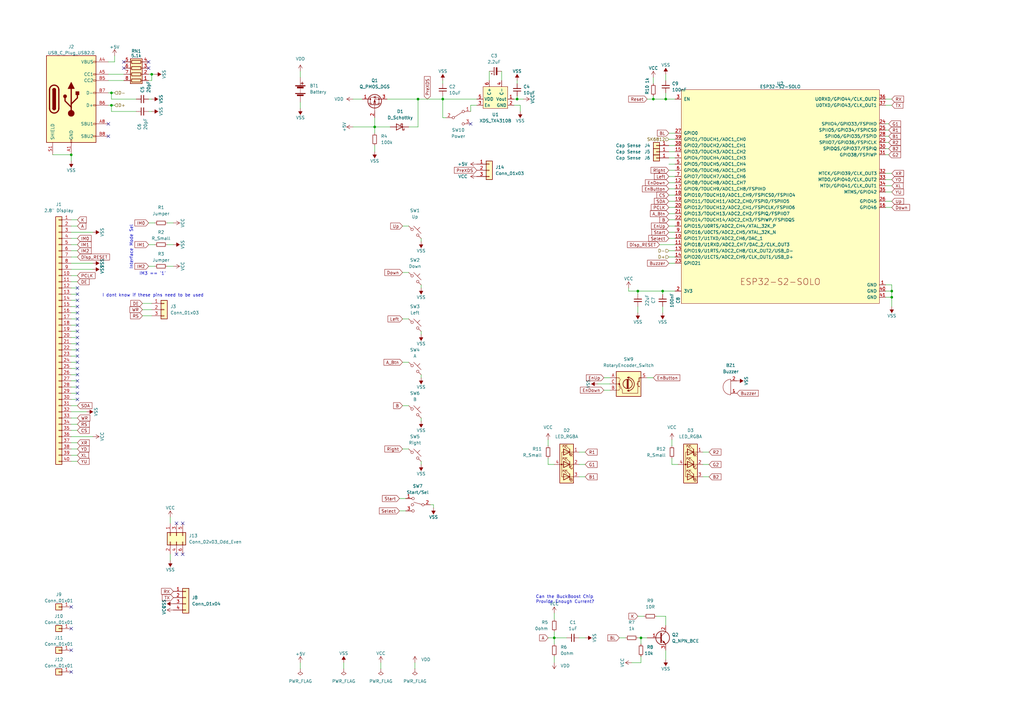
<source format=kicad_sch>
(kicad_sch (version 20211123) (generator eeschema)
  (paper "A3")
  (junction (at 181.61 40.64))
  (junction (at 273.05 40.64))
  (junction (at 365.76 121.92))
  (junction (at 171.45 40.64))
  (junction (at 45.72 43.18))
  (junction (at 45.72 38.1))
  (junction (at 227.33 261.62))
  (junction (at 153.67 52.07))
  (junction (at 29.21 63.5))
  (junction (at 365.76 119.38))
  (junction (at 262.89 261.62))
  (junction (at 212.09 40.64))
  (junction (at 267.97 40.64) (diameter 0.9144))
  (junction (at 261.62 119.38))
  (junction (at 62.23 30.48) (diameter 0.9144))
  (junction (at 271.78 119.38))
  (no_connect (at 31.75 120.65))
  (no_connect (at 29.21 257.81))
  (no_connect (at 31.75 125.73))
  (no_connect (at 193.04 50.8))
  (no_connect (at 29.21 248.92))
  (no_connect (at 31.75 163.83))
  (no_connect (at 31.75 156.21))
  (no_connect (at 31.75 135.89))
  (no_connect (at 74.93 214.63))
  (no_connect (at 31.75 146.05))
  (no_connect (at 72.39 214.63))
  (no_connect (at 31.75 151.13))
  (no_connect (at 50.8 27.94))
  (no_connect (at 31.75 153.67))
  (no_connect (at 31.75 140.97))
  (no_connect (at 31.75 161.29))
  (no_connect (at 31.75 118.11))
  (no_connect (at 50.8 25.4))
  (no_connect (at 29.21 266.7))
  (no_connect (at 44.45 55.88))
  (no_connect (at 31.75 138.43))
  (no_connect (at 60.96 27.94))
  (no_connect (at 31.75 133.35))
  (no_connect (at 31.75 123.19))
  (no_connect (at 31.75 158.75))
  (no_connect (at 44.45 50.8))
  (no_connect (at 74.93 227.33))
  (no_connect (at 31.75 130.81))
  (no_connect (at 31.75 148.59))
  (no_connect (at 60.96 25.4))
  (no_connect (at 72.39 227.33))
  (no_connect (at 29.21 275.59))
  (no_connect (at 31.75 143.51))
  (no_connect (at 31.75 128.27))
  (wire (pts (xy 270.51 100.33) (xy 276.86 100.33)))
  (wire (pts (xy 212.09 33.02) (xy 212.09 34.29)))
  (wire (pts (xy 193.04 43.18) (xy 193.04 45.72)))
  (wire (pts (xy 29.21 120.65) (xy 31.75 120.65)))
  (wire (pts (xy 274.32 59.69) (xy 276.86 59.69)))
  (wire (pts (xy 267.97 31.75) (xy 267.97 34.29)))
  (wire (pts (xy 29.21 123.19) (xy 31.75 123.19)))
  (wire (pts (xy 195.58 43.18) (xy 193.04 43.18)))
  (wire (pts (xy 58.42 124.46) (xy 62.23 124.46)))
  (wire (pts (xy 227.33 261.62) (xy 227.33 264.16)))
  (wire (pts (xy 158.75 40.64) (xy 171.45 40.64)))
  (wire (pts (xy 247.65 154.94) (xy 250.19 154.94)))
  (wire (pts (xy 363.22 50.8) (xy 364.49 50.8)))
  (wire (pts (xy 363.22 82.55) (xy 365.76 82.55)))
  (wire (pts (xy 261.62 252.73) (xy 264.16 252.73)))
  (wire (pts (xy 274.32 102.87) (xy 276.86 102.87)))
  (wire (pts (xy 172.72 189.23) (xy 172.72 190.5)))
  (wire (pts (xy 363.22 76.2) (xy 365.76 76.2)))
  (wire (pts (xy 156.21 271.78) (xy 156.21 274.32)))
  (wire (pts (xy 288.29 190.5) (xy 290.83 190.5)))
  (wire (pts (xy 363.22 40.64) (xy 365.76 40.64)))
  (wire (pts (xy 271.78 119.38) (xy 276.86 119.38)))
  (wire (pts (xy 245.11 157.48) (xy 250.19 157.48)))
  (wire (pts (xy 363.22 63.5) (xy 364.49 63.5)))
  (wire (pts (xy 29.21 171.45) (xy 31.75 171.45)))
  (wire (pts (xy 44.45 30.48) (xy 50.8 30.48)))
  (wire (pts (xy 29.21 173.99) (xy 31.75 173.99)))
  (wire (pts (xy 167.64 52.07) (xy 171.45 52.07)))
  (wire (pts (xy 224.79 187.96) (xy 224.79 190.5)))
  (wire (pts (xy 262.89 261.62) (xy 265.43 261.62)))
  (wire (pts (xy 29.21 143.51) (xy 31.75 143.51)))
  (wire (pts (xy 29.21 135.89) (xy 31.75 135.89)))
  (wire (pts (xy 237.49 190.5) (xy 240.03 190.5)))
  (wire (pts (xy 44.45 38.1) (xy 45.72 38.1)))
  (wire (pts (xy 227.33 251.46) (xy 227.33 254)))
  (wire (pts (xy 29.21 138.43) (xy 31.75 138.43)))
  (wire (pts (xy 153.67 48.26) (xy 153.67 52.07)))
  (wire (pts (xy 68.58 109.22) (xy 71.12 109.22)))
  (wire (pts (xy 274.32 107.95) (xy 276.86 107.95)))
  (wire (pts (xy 153.67 59.69) (xy 153.67 62.23)))
  (wire (pts (xy 274.32 87.63) (xy 276.86 87.63)))
  (wire (pts (xy 210.82 40.64) (xy 212.09 40.64)))
  (wire (pts (xy 213.36 43.18) (xy 210.82 43.18)))
  (wire (pts (xy 265.43 40.64) (xy 267.97 40.64)))
  (wire (pts (xy 29.21 184.15) (xy 31.75 184.15)))
  (wire (pts (xy 365.76 116.84) (xy 365.76 119.38)))
  (wire (pts (xy 29.21 163.83) (xy 31.75 163.83)))
  (wire (pts (xy 363.22 60.96) (xy 364.49 60.96)))
  (wire (pts (xy 29.21 110.49) (xy 38.1 110.49)))
  (wire (pts (xy 172.72 97.79) (xy 172.72 99.06)))
  (wire (pts (xy 123.19 41.91) (xy 123.19 44.45)))
  (wire (pts (xy 363.22 73.66) (xy 365.76 73.66)))
  (wire (pts (xy 29.21 148.59) (xy 31.75 148.59)))
  (wire (pts (xy 44.45 25.4) (xy 46.99 25.4)))
  (wire (pts (xy 165.1 166.37) (xy 167.64 166.37)))
  (wire (pts (xy 29.21 146.05) (xy 31.75 146.05)))
  (wire (pts (xy 274.32 74.93) (xy 276.86 74.93)))
  (wire (pts (xy 29.21 92.71) (xy 31.75 92.71)))
  (wire (pts (xy 29.21 176.53) (xy 31.75 176.53)))
  (wire (pts (xy 205.74 29.21) (xy 205.74 33.02)))
  (wire (pts (xy 172.72 116.84) (xy 172.72 118.11)))
  (wire (pts (xy 171.45 40.64) (xy 181.61 40.64)))
  (wire (pts (xy 363.22 78.74) (xy 365.76 78.74)))
  (wire (pts (xy 60.96 30.48) (xy 62.23 30.48)))
  (wire (pts (xy 181.61 33.02) (xy 181.61 34.29)))
  (wire (pts (xy 29.21 153.67) (xy 31.75 153.67)))
  (wire (pts (xy 363.22 71.12) (xy 365.76 71.12)))
  (wire (pts (xy 29.21 113.03) (xy 31.75 113.03)))
  (wire (pts (xy 69.85 212.09) (xy 69.85 214.63)))
  (wire (pts (xy 274.32 57.15) (xy 276.86 57.15)))
  (wire (pts (xy 237.49 185.42) (xy 240.03 185.42)))
  (wire (pts (xy 140.97 271.78) (xy 140.97 274.32)))
  (wire (pts (xy 265.43 154.94) (xy 267.97 154.94)))
  (wire (pts (xy 58.42 129.54) (xy 62.23 129.54)))
  (wire (pts (xy 274.32 67.31) (xy 276.86 67.31)))
  (wire (pts (xy 29.21 168.91) (xy 35.56 168.91)))
  (wire (pts (xy 274.32 80.01) (xy 276.86 80.01)))
  (wire (pts (xy 60.96 33.02) (xy 62.23 33.02)))
  (wire (pts (xy 45.72 45.72) (xy 55.88 45.72)))
  (wire (pts (xy 68.58 100.33) (xy 71.12 100.33)))
  (wire (pts (xy 29.21 151.13) (xy 31.75 151.13)))
  (wire (pts (xy 254 261.62) (xy 256.54 261.62)))
  (wire (pts (xy 182.88 48.26) (xy 181.61 48.26)))
  (wire (pts (xy 45.72 38.1) (xy 46.99 38.1)))
  (wire (pts (xy 274.32 82.55) (xy 276.86 82.55)))
  (wire (pts (xy 363.22 53.34) (xy 364.49 53.34)))
  (wire (pts (xy 274.32 64.77) (xy 276.86 64.77)))
  (wire (pts (xy 29.21 118.11) (xy 31.75 118.11)))
  (wire (pts (xy 60.96 40.64) (xy 62.23 40.64)))
  (wire (pts (xy 29.21 105.41) (xy 31.75 105.41)))
  (wire (pts (xy 274.32 105.41) (xy 276.86 105.41)))
  (wire (pts (xy 62.23 30.48) (xy 62.23 33.02)))
  (wire (pts (xy 45.72 40.64) (xy 45.72 38.1)))
  (wire (pts (xy 274.32 92.71) (xy 276.86 92.71)))
  (wire (pts (xy 237.49 195.58) (xy 240.03 195.58)))
  (wire (pts (xy 163.83 209.55) (xy 166.37 209.55)))
  (wire (pts (xy 363.22 85.09) (xy 365.76 85.09)))
  (wire (pts (xy 165.1 148.59) (xy 167.64 148.59)))
  (wire (pts (xy 271.78 119.38) (xy 271.78 120.65)))
  (wire (pts (xy 274.32 69.85) (xy 276.86 69.85)))
  (wire (pts (xy 62.23 30.48) (xy 63.5 30.48)))
  (wire (pts (xy 123.19 29.21) (xy 123.19 31.75)))
  (wire (pts (xy 153.67 54.61) (xy 153.67 52.07)))
  (wire (pts (xy 237.49 261.62) (xy 240.03 261.62)))
  (wire (pts (xy 170.18 271.78) (xy 170.18 274.32)))
  (wire (pts (xy 29.21 156.21) (xy 31.75 156.21)))
  (wire (pts (xy 172.72 171.45) (xy 172.72 172.72)))
  (wire (pts (xy 29.21 95.25) (xy 38.1 95.25)))
  (wire (pts (xy 29.21 125.73) (xy 31.75 125.73)))
  (wire (pts (xy 45.72 45.72) (xy 45.72 43.18)))
  (wire (pts (xy 123.19 271.78) (xy 123.19 274.32)))
  (wire (pts (xy 29.21 102.87) (xy 31.75 102.87)))
  (wire (pts (xy 165.1 184.15) (xy 167.64 184.15)))
  (wire (pts (xy 29.21 186.69) (xy 31.75 186.69)))
  (wire (pts (xy 60.96 45.72) (xy 62.23 45.72)))
  (wire (pts (xy 29.21 179.07) (xy 38.1 179.07)))
  (wire (pts (xy 259.08 271.78) (xy 262.89 271.78)))
  (wire (pts (xy 273.05 38.1) (xy 273.05 40.64)))
  (wire (pts (xy 177.8 207.01) (xy 177.8 208.28)))
  (wire (pts (xy 274.32 54.61) (xy 276.86 54.61)))
  (wire (pts (xy 363.22 58.42) (xy 364.49 58.42)))
  (wire (pts (xy 176.53 207.01) (xy 177.8 207.01)))
  (wire (pts (xy 29.21 140.97) (xy 31.75 140.97)))
  (wire (pts (xy 29.21 100.33) (xy 31.75 100.33)))
  (wire (pts (xy 58.42 127) (xy 62.23 127)))
  (wire (pts (xy 29.21 63.5) (xy 29.21 66.04)))
  (wire (pts (xy 29.21 97.79) (xy 31.75 97.79)))
  (wire (pts (xy 224.79 180.34) (xy 224.79 182.88)))
  (wire (pts (xy 224.79 261.62) (xy 227.33 261.62)))
  (wire (pts (xy 181.61 40.64) (xy 195.58 40.64)))
  (wire (pts (xy 29.21 189.23) (xy 31.75 189.23)))
  (wire (pts (xy 274.32 77.47) (xy 276.86 77.47)))
  (wire (pts (xy 275.59 187.96) (xy 275.59 190.5)))
  (wire (pts (xy 261.62 119.38) (xy 261.62 120.65)))
  (wire (pts (xy 171.45 52.07) (xy 171.45 40.64)))
  (wire (pts (xy 29.21 181.61) (xy 31.75 181.61)))
  (wire (pts (xy 267.97 40.64) (xy 273.05 40.64)))
  (wire (pts (xy 273.05 252.73) (xy 269.24 252.73)))
  (wire (pts (xy 213.36 45.72) (xy 213.36 43.18)))
  (wire (pts (xy 274.32 97.79) (xy 276.86 97.79)))
  (wire (pts (xy 227.33 261.62) (xy 232.41 261.62)))
  (wire (pts (xy 144.78 52.07) (xy 153.67 52.07)))
  (wire (pts (xy 44.45 33.02) (xy 50.8 33.02)))
  (wire (pts (xy 227.33 259.08) (xy 227.33 261.62)))
  (wire (pts (xy 165.1 92.71) (xy 167.64 92.71)))
  (wire (pts (xy 274.32 90.17) (xy 276.86 90.17)))
  (wire (pts (xy 257.81 119.38) (xy 261.62 119.38)))
  (wire (pts (xy 144.78 40.64) (xy 148.59 40.64)))
  (wire (pts (xy 273.05 30.48) (xy 273.05 33.02)))
  (wire (pts (xy 55.88 40.64) (xy 45.72 40.64)))
  (wire (pts (xy 224.79 190.5) (xy 227.33 190.5)))
  (wire (pts (xy 271.78 125.73) (xy 271.78 128.27)))
  (wire (pts (xy 288.29 195.58) (xy 290.83 195.58)))
  (wire (pts (xy 165.1 111.76) (xy 167.64 111.76)))
  (wire (pts (xy 275.59 180.34) (xy 275.59 182.88)))
  (wire (pts (xy 273.05 266.7) (xy 273.05 270.51)))
  (wire (pts (xy 29.21 130.81) (xy 31.75 130.81)))
  (wire (pts (xy 44.45 43.18) (xy 45.72 43.18)))
  (wire (pts (xy 181.61 40.64) (xy 181.61 48.26)))
  (wire (pts (xy 261.62 125.73) (xy 261.62 128.27)))
  (wire (pts (xy 21.59 63.5) (xy 29.21 63.5)))
  (wire (pts (xy 153.67 52.07) (xy 160.02 52.07)))
  (wire (pts (xy 257.81 118.11) (xy 257.81 119.38)))
  (wire (pts (xy 363.22 43.18) (xy 365.76 43.18)))
  (wire (pts (xy 68.58 91.44) (xy 71.12 91.44)))
  (wire (pts (xy 365.76 121.92) (xy 365.76 125.73)))
  (wire (pts (xy 288.29 185.42) (xy 290.83 185.42)))
  (wire (pts (xy 163.83 204.47) (xy 166.37 204.47)))
  (wire (pts (xy 181.61 39.37) (xy 181.61 40.64)))
  (wire (pts (xy 363.22 116.84) (xy 365.76 116.84)))
  (wire (pts (xy 274.32 62.23) (xy 276.86 62.23)))
  (wire (pts (xy 29.21 133.35) (xy 31.75 133.35)))
  (wire (pts (xy 200.66 29.21) (xy 200.66 33.02)))
  (wire (pts (xy 273.05 256.54) (xy 273.05 252.73)))
  (wire (pts (xy 60.96 91.44) (xy 63.5 91.44)))
  (wire (pts (xy 262.89 271.78) (xy 262.89 269.24)))
  (wire (pts (xy 262.89 261.62) (xy 262.89 264.16)))
  (wire (pts (xy 212.09 39.37) (xy 212.09 40.64)))
  (wire (pts (xy 365.76 119.38) (xy 365.76 121.92)))
  (wire (pts (xy 165.1 130.81) (xy 167.64 130.81)))
  (wire (pts (xy 273.05 40.64) (xy 276.86 40.64)))
  (wire (pts (xy 261.62 261.62) (xy 262.89 261.62)))
  (wire (pts (xy 29.21 90.17) (xy 31.75 90.17)))
  (wire (pts (xy 172.72 153.67) (xy 172.72 154.94)))
  (wire (pts (xy 212.09 40.64) (xy 214.63 40.64)))
  (wire (pts (xy 274.32 95.25) (xy 276.86 95.25)))
  (wire (pts (xy 363.22 119.38) (xy 365.76 119.38)))
  (wire (pts (xy 275.59 190.5) (xy 278.13 190.5)))
  (wire (pts (xy 69.85 227.33) (xy 69.85 229.87)))
  (wire (pts (xy 29.21 128.27) (xy 31.75 128.27)))
  (wire (pts (xy 29.21 107.95) (xy 38.1 107.95)))
  (wire (pts (xy 29.21 158.75) (xy 31.75 158.75)))
  (wire (pts (xy 29.21 166.37) (xy 31.75 166.37)))
  (wire (pts (xy 363.22 55.88) (xy 364.49 55.88)))
  (wire (pts (xy 45.72 43.18) (xy 46.99 43.18)))
  (wire (pts (xy 267.97 39.37) (xy 267.97 40.64)))
  (wire (pts (xy 274.32 85.09) (xy 276.86 85.09)))
  (wire (pts (xy 363.22 121.92) (xy 365.76 121.92)))
  (wire (pts (xy 46.99 25.4) (xy 46.99 22.86)))
  (wire (pts (xy 261.62 119.38) (xy 271.78 119.38)))
  (wire (pts (xy 247.65 160.02) (xy 250.19 160.02)))
  (wire (pts (xy 274.32 72.39) (xy 276.86 72.39)))
  (wire (pts (xy 227.33 269.24) (xy 227.33 271.78)))
  (wire (pts (xy 29.21 115.57) (xy 31.75 115.57)))
  (wire (pts (xy 60.96 109.22) (xy 63.5 109.22)))
  (wire (pts (xy 29.21 161.29) (xy 31.75 161.29)))
  (wire (pts (xy 172.72 135.89) (xy 172.72 137.16)))
  (wire (pts (xy 60.96 100.33) (xy 63.5 100.33)))
  (text "Interface Mode Sel\n" (at 54.61 110.49 90) (effects (font (size 1.27 1.27)) (justify left bottom)))
  (text "IM3 == '1'" (at 57.15 113.03 0) (effects (font (size 1.27 1.27)) (justify left bottom)))
  (text "Can the BuckBoost Chip\nProvide Enough Current?" (at 219.71 247.65 0) (effects (font (size 1.27 1.27)) (justify left bottom)))
  (text "I dont know if these pins need to be used\n" (at 41.91 121.92 0) (effects (font (size 1.27 1.27)) (justify left bottom)))
  (global_label "Select" (shape input) (at 274.32 97.79 180) (property "Intersheet References" "${INTERSHEET_REFS}" (effects hide)))
  (global_label "R2" (shape input) (at 290.83 185.42 0) (property "Intersheet References" "${INTERSHEET_REFS}" (effects hide)))
  (global_label "Disp_RESET" (shape input) (at 270.51 100.33 180) (property "Intersheet References" "${INTERSHEET_REFS}" (effects hide)))
  (global_label "XL" (shape input) (at 31.75 186.69 0) (property "Intersheet References" "${INTERSHEET_REFS}" (effects hide)))
  (global_label "CS" (shape input) (at 274.32 80.01 180) (property "Intersheet References" "${INTERSHEET_REFS}" (effects hide)))
  (global_label "B2" (shape input) (at 290.83 195.58 0) (property "Intersheet References" "${INTERSHEET_REFS}" (effects hide)))
  (global_label "BL" (shape input) (at 254 261.62 180) (property "Intersheet References" "${INTERSHEET_REFS}" (effects hide)))
  (global_label "Select" (shape input) (at 163.83 209.55 180) (property "Intersheet References" "${INTERSHEET_REFS}" (effects hide)))
  (global_label "RS" (shape input) (at 58.42 129.54 180) (property "Intersheet References" "${INTERSHEET_REFS}" (effects hide)))
  (global_label "PCLK" (shape input) (at 274.32 85.09 180) (property "Intersheet References" "${INTERSHEET_REFS}" (effects hide)))
  (global_label "A_Btn" (shape input) (at 165.1 148.59 180) (property "Intersheet References" "${INTERSHEET_REFS}" (effects hide)))
  (global_label "G2" (shape input) (at 290.83 190.5 0) (property "Intersheet References" "${INTERSHEET_REFS}" (effects hide)))
  (global_label "IM1" (shape input) (at 31.75 100.33 0) (property "Intersheet References" "${INTERSHEET_REFS}" (effects hide)))
  (global_label "EnDown" (shape input) (at 274.32 74.93 180) (property "Intersheet References" "${INTERSHEET_REFS}" (effects hide)))
  (global_label "EnUp" (shape input) (at 247.65 154.94 180) (property "Intersheet References" "${INTERSHEET_REFS}" (effects hide)))
  (global_label "RS" (shape input) (at 31.75 173.99 0) (property "Intersheet References" "${INTERSHEET_REFS}" (effects hide)))
  (global_label "TX" (shape input) (at 71.12 245.11 180) (property "Intersheet References" "${INTERSHEET_REFS}" (effects hide)))
  (global_label "Buzzer" (shape input) (at 274.32 107.95 180) (property "Intersheet References" "${INTERSHEET_REFS}" (effects hide)))
  (global_label "WR" (shape input) (at 58.42 127 180) (property "Intersheet References" "${INTERSHEET_REFS}" (effects hide)))
  (global_label "Left" (shape input) (at 274.32 72.39 180) (property "Intersheet References" "${INTERSHEET_REFS}" (effects hide)))
  (global_label "PreXDS" (shape input) (at 195.58 69.85 180) (property "Intersheet References" "${INTERSHEET_REFS}" (effects hide)))
  (global_label "EnUp" (shape input) (at 274.32 92.71 180) (property "Intersheet References" "${INTERSHEET_REFS}" (effects hide)))
  (global_label "EnDown" (shape input) (at 247.65 160.02 180) (property "Intersheet References" "${INTERSHEET_REFS}" (effects hide)))
  (global_label "XL" (shape input) (at 365.76 76.2 0) (property "Intersheet References" "${INTERSHEET_REFS}" (effects hide)))
  (global_label "Down" (shape input) (at 365.76 85.09 0) (property "Intersheet References" "${INTERSHEET_REFS}" (effects hide)))
  (global_label "G1" (shape input) (at 240.03 190.5 0) (property "Intersheet References" "${INTERSHEET_REFS}" (effects hide)))
  (global_label "IM1" (shape input) (at 60.96 100.33 180) (property "Intersheet References" "${INTERSHEET_REFS}" (effects hide)))
  (global_label "PCLK" (shape input) (at 31.75 113.03 0) (property "Intersheet References" "${INTERSHEET_REFS}" (effects hide)))
  (global_label "XR" (shape input) (at 31.75 181.61 0) (property "Intersheet References" "${INTERSHEET_REFS}" (effects hide)))
  (global_label "B" (shape input) (at 165.1 166.37 180) (property "Intersheet References" "${INTERSHEET_REFS}" (effects hide)))
  (global_label "WR" (shape input) (at 31.75 171.45 0) (property "Intersheet References" "${INTERSHEET_REFS}" (effects hide)))
  (global_label "R2" (shape input) (at 364.49 58.42 0) (property "Intersheet References" "${INTERSHEET_REFS}" (effects hide)))
  (global_label "R1" (shape input) (at 364.49 53.34 0) (property "Intersheet References" "${INTERSHEET_REFS}" (effects hide)))
  (global_label "EnButton" (shape input) (at 267.97 154.94 0) (property "Intersheet References" "${INTERSHEET_REFS}" (effects hide)))
  (global_label "Down" (shape input) (at 165.1 111.76 180) (property "Intersheet References" "${INTERSHEET_REFS}" (effects hide)))
  (global_label "YD" (shape input) (at 31.75 184.15 0) (property "Intersheet References" "${INTERSHEET_REFS}" (effects hide)))
  (global_label "G2" (shape input) (at 364.49 63.5 0) (property "Intersheet References" "${INTERSHEET_REFS}" (effects hide)))
  (global_label "Right" (shape input) (at 274.32 69.85 180) (property "Intersheet References" "${INTERSHEET_REFS}" (effects hide)))
  (global_label "EnButton" (shape input) (at 274.32 77.47 180) (property "Intersheet References" "${INTERSHEET_REFS}" (effects hide)))
  (global_label "Right" (shape input) (at 165.1 184.15 180) (property "Intersheet References" "${INTERSHEET_REFS}" (effects hide)))
  (global_label "DE" (shape input) (at 31.75 115.57 0) (property "Intersheet References" "${INTERSHEET_REFS}" (effects hide)))
  (global_label "CS" (shape input) (at 31.75 176.53 0) (property "Intersheet References" "${INTERSHEET_REFS}" (effects hide)))
  (global_label "RX" (shape input) (at 365.76 40.64 0) (property "Intersheet References" "${INTERSHEET_REFS}" (effects hide)))
  (global_label "BL" (shape input) (at 274.32 54.61 180) (property "Intersheet References" "${INTERSHEET_REFS}" (effects hide)))
  (global_label "TX" (shape input) (at 365.76 43.18 0) (property "Intersheet References" "${INTERSHEET_REFS}" (effects hide)))
  (global_label "Disp_RESET" (shape input) (at 31.75 105.41 0) (property "Intersheet References" "${INTERSHEET_REFS}" (effects hide)))
  (global_label "XR" (shape input) (at 365.76 71.12 0) (property "Intersheet References" "${INTERSHEET_REFS}" (effects hide)))
  (global_label "IM2" (shape input) (at 60.96 109.22 180) (property "Intersheet References" "${INTERSHEET_REFS}" (effects hide)))
  (global_label "Up" (shape input) (at 165.1 92.71 180) (property "Intersheet References" "${INTERSHEET_REFS}" (effects hide)))
  (global_label "B2" (shape input) (at 364.49 60.96 0) (property "Intersheet References" "${INTERSHEET_REFS}" (effects hide)))
  (global_label "YU" (shape input) (at 365.76 78.74 0) (property "Intersheet References" "${INTERSHEET_REFS}" (effects hide)))
  (global_label "SDA" (shape input) (at 274.32 82.55 180) (property "Intersheet References" "${INTERSHEET_REFS}" (effects hide)))
  (global_label "Left" (shape input) (at 165.1 130.81 180) (property "Intersheet References" "${INTERSHEET_REFS}" (effects hide)))
  (global_label "YD" (shape input) (at 365.76 73.66 0) (property "Intersheet References" "${INTERSHEET_REFS}" (effects hide)))
  (global_label "IM0" (shape input) (at 31.75 97.79 0) (property "Intersheet References" "${INTERSHEET_REFS}" (effects hide)))
  (global_label "Buzzer" (shape input) (at 302.26 161.29 0) (property "Intersheet References" "${INTERSHEET_REFS}" (effects hide)))
  (global_label "IM0" (shape input) (at 60.96 91.44 180) (property "Intersheet References" "${INTERSHEET_REFS}" (effects hide)))
  (global_label "IM2" (shape input) (at 31.75 102.87 0) (property "Intersheet References" "${INTERSHEET_REFS}" (effects hide)))
  (global_label "A_Btn" (shape input) (at 274.32 87.63 180) (property "Intersheet References" "${INTERSHEET_REFS}" (effects hide)))
  (global_label "A" (shape input) (at 224.79 261.62 180) (property "Intersheet References" "${INTERSHEET_REFS}" (effects hide)))
  (global_label "B1" (shape input) (at 240.03 195.58 0) (property "Intersheet References" "${INTERSHEET_REFS}" (effects hide)))
  (global_label "Start" (shape input) (at 274.32 95.25 180) (property "Intersheet References" "${INTERSHEET_REFS}" (effects hide)))
  (global_label "YU" (shape input) (at 31.75 189.23 0) (property "Intersheet References" "${INTERSHEET_REFS}" (effects hide)))
  (global_label "DE" (shape input) (at 58.42 124.46 180) (property "Intersheet References" "${INTERSHEET_REFS}" (effects hide)))
  (global_label "B1" (shape input) (at 364.49 55.88 0) (property "Intersheet References" "${INTERSHEET_REFS}" (effects hide)))
  (global_label "B" (shape input) (at 274.32 90.17 180) (property "Intersheet References" "${INTERSHEET_REFS}" (effects hide)))
  (global_label "Up" (shape input) (at 365.76 82.55 0) (property "Intersheet References" "${INTERSHEET_REFS}" (effects hide)))
  (global_label "SDA" (shape input) (at 31.75 166.37 0) (property "Intersheet References" "${INTERSHEET_REFS}" (effects hide)))
  (global_label "K" (shape input) (at 31.75 90.17 0) (property "Intersheet References" "${INTERSHEET_REFS}" (effects hide)))
  (global_label "PreXDS" (shape input) (at 175.26 40.64 90) (property "Intersheet References" "${INTERSHEET_REFS}" (effects hide)))
  (global_label "RX" (shape input) (at 71.12 242.57 180) (property "Intersheet References" "${INTERSHEET_REFS}" (effects hide)))
  (global_label "A" (shape input) (at 31.75 92.71 0) (property "Intersheet References" "${INTERSHEET_REFS}" (effects hide)))
  (global_label "G1" (shape input) (at 364.49 50.8 0) (property "Intersheet References" "${INTERSHEET_REFS}" (effects hide)))
  (global_label "R1" (shape input) (at 240.03 185.42 0) (property "Intersheet References" "${INTERSHEET_REFS}" (effects hide)))
  (global_label "Start" (shape input) (at 163.83 204.47 180) (property "Intersheet References" "${INTERSHEET_REFS}" (effects hide)))
  (global_label "K" (shape input) (at 261.62 252.73 180) (property "Intersheet References" "${INTERSHEET_REFS}" (effects hide)))
  (global_label "Reset" (shape input) (at 265.43 40.64 180) (property "Intersheet References" "${INTERSHEET_REFS}" (effects hide)))
  (hierarchical_label "D+" (shape input) (at 274.32 105.41 180))
  (hierarchical_label "D+" (shape input) (at 46.99 43.18 0))
  (hierarchical_label "D-" (shape input) (at 274.32 102.87 180))
  (hierarchical_label "D-" (shape input) (at 46.99 38.1 0))
  (hierarchical_label "SK6812" (shape input) (at 274.32 57.15 180))
  (symbol (lib_id "power:VCC") (at 259.08 271.78 90) (mirror x) (unit 1)
    (property "Reference" "#PWR0153" (effects hide))
    (property "Value" "VCC" (at 255.27 271.78 0))
  )
  (symbol (lib_id "power:VSS") (at 172.72 190.5 180) (unit 1)
    (property "Reference" "#PWR0135" (effects hide))
    (property "Value" "VSS" (at 172.72 194.31 0))
  )
  (symbol (lib_id "power:VSS") (at 172.72 118.11 180) (unit 1)
    (property "Reference" "#PWR0116" (effects hide))
    (property "Value" "VSS" (at 172.72 121.92 0))
  )
  (symbol (lib_id "Device:C_Small") (at 273.05 35.56 180) (unit 1)
    (property "Reference" "C9" (at 275.59 34.29 0) (effects (justify right)))
    (property "Value" "100nF" (at 275.59 36.83 0) (effects (justify right)))
    (property "Footprint" "Capacitor_SMD:C_0805_2012Metric" (effects hide))
  )
  (symbol (lib_id "power:VDD") (at 144.78 40.64 90) (unit 1)
    (property "Reference" "#PWR013" (effects hide))
    (property "Value" "VDD" (at 140.97 40.6399 90) (effects (justify left)))
  )
  (symbol (lib_id "Device:D_Schottky") (at 163.83 52.07 180) (unit 1)
    (property "Reference" "D1" (at 164.1475 45.72 0))
    (property "Value" "D_Schottky" (at 164.1475 48.26 0))
    (property "Footprint" "Diode_SMD:D_SOD-123" (effects hide))
  )
  (symbol (lib_id "Device:R_Small") (at 275.59 185.42 0) (unit 1)
    (property "Reference" "R12" (at 273.05 184.1499 0) (effects (justify right)))
    (property "Value" "R_Small" (at 273.05 186.6899 0) (effects (justify right)))
    (property "Footprint" "Resistor_SMD:R_0805_2012Metric" (effects hide))
  )
  (symbol (lib_id "power:VSS") (at 62.23 40.64 270) (unit 1)
    (property "Reference" "#PWR0104" (effects hide))
    (property "Value" "VSS" (at 66.04 40.64 0))
  )
  (symbol (lib_id "power:VSS") (at 38.1 110.49 270) (unit 1)
    (property "Reference" "#PWR0107" (effects hide))
    (property "Value" "VSS" (at 41.91 110.49 0))
  )
  (symbol (lib_id "Device:R_Small") (at 66.04 100.33 90) (unit 1)
    (property "Reference" "R2" (at 66.04 95.25 90))
    (property "Value" "R_Small" (at 66.04 97.79 90))
    (property "Footprint" "Resistor_SMD:R_0805_2012Metric" (effects hide))
  )
  (symbol (lib_id "power:VCC") (at 71.12 250.19 90) (unit 1)
    (property "Reference" "#PWR0120" (effects hide))
    (property "Value" "VCC" (at 67.31 250.19 0))
  )
  (symbol (lib_id "power:VSS") (at 240.03 261.62 270) (unit 1)
    (property "Reference" "#PWR0133" (effects hide))
    (property "Value" "VSS" (at 243.84 261.62 0))
  )
  (symbol (lib_id "power:VCC") (at 38.1 179.07 270) (mirror x) (unit 1)
    (property "Reference" "#PWR0108" (effects hide))
    (property "Value" "VCC" (at 41.91 179.07 0))
  )
  (symbol (lib_id "Device:LED_RGBA") (at 283.21 190.5 0) (mirror y) (unit 1)
    (property "Reference" "D3" (at 283.21 176.53 0))
    (property "Value" "LED_RGBA" (at 283.21 179.07 0))
    (property "Footprint" "RedVillage:XL-3227RGB_LED" (effects hide))
  )
  (symbol (lib_id "Device:R_Small") (at 227.33 256.54 0) (unit 1)
    (property "Reference" "R5" (at 224.79 255.2699 0) (effects (justify right)))
    (property "Value" "0ohm" (at 224.79 257.8099 0) (effects (justify right)))
    (property "Footprint" "Resistor_SMD:R_0805_2012Metric" (effects hide))
  )
  (symbol (lib_id "Connector_Generic:Conn_01x01") (at 24.13 266.7 180) (unit 1)
    (property "Reference" "J11" (at 24.13 261.62 0))
    (property "Value" "Conn_01x01" (at 24.13 264.16 0))
    (property "Footprint" "cafebabe:SMD Spacer M2.5" (effects hide))
  )
  (symbol (lib_id "Device:R_Small") (at 262.89 266.7 180) (unit 1)
    (property "Reference" "R8" (at 267.97 265.43 0) (effects (justify left)))
    (property "Value" "10k" (at 267.97 267.97 0) (effects (justify left)))
    (property "Footprint" "Resistor_SMD:R_0805_2012Metric" (effects hide))
  )
  (symbol (lib_id "power:VCC") (at 71.12 91.44 270) (mirror x) (unit 1)
    (property "Reference" "#PWR0121" (effects hide))
    (property "Value" "VCC" (at 74.93 91.44 0))
  )
  (symbol (lib_id "power:VCC") (at 156.21 271.78 0) (mirror y) (unit 1)
    (property "Reference" "#PWR0155" (effects hide))
    (property "Value" "VCC" (at 156.21 267.97 0))
  )
  (symbol (lib_id "power:VSS") (at 29.21 66.04 180) (unit 1)
    (property "Reference" "#PWR0101" (effects hide))
    (property "Value" "VSS" (at 29.21 69.85 0))
  )
  (symbol (lib_id "power:VSS") (at 212.09 33.02 0) (unit 1)
    (property "Reference" "#PWR0122" (effects hide))
    (property "Value" "VSS" (at 212.09 29.21 0))
  )
  (symbol (lib_id "power:VSS") (at 172.72 172.72 180) (unit 1)
    (property "Reference" "#PWR0136" (effects hide))
    (property "Value" "VSS" (at 172.72 176.53 0))
  )
  (symbol (lib_id "power:VCC") (at 275.59 180.34 0) (unit 1)
    (property "Reference" "#PWR0151" (effects hide))
    (property "Value" "VCC" (at 275.59 175.26 0))
  )
  (symbol (lib_id "power:VSS") (at 63.5 30.48 270) (unit 1)
    (property "Reference" "#PWR0102" (effects hide))
    (property "Value" "VSS" (at 67.31 30.48 0))
  )
  (symbol (lib_id "Device:C_Small") (at 271.78 123.19 0) (unit 1)
    (property "Reference" "C8" (at 278.13 123.19 90))
    (property "Value" "100nF" (at 275.59 123.19 90))
    (property "Footprint" "Capacitor_SMD:C_0805_2012Metric" (effects hide))
  )
  (symbol (lib_id "Switch:SW_Push_45deg") (at 170.18 114.3 0) (unit 1)
    (property "Reference" "SW2" (at 170.18 106.68 0))
    (property "Value" "Down" (at 170.18 109.22 0))
    (property "Footprint" "RedVillage:BZCN-TSC005A_Button" (effects hide))
  )
  (symbol (lib_id "power:VCC") (at 224.79 180.34 0) (unit 1)
    (property "Reference" "#PWR03" (effects hide))
    (property "Value" "VCC" (at 224.79 175.26 0))
  )
  (symbol (lib_id "power:+5V") (at 46.99 22.86 0) (unit 1)
    (property "Reference" "#PWR0129" (effects hide))
    (property "Value" "+5V" (at 46.99 19.304 0))
  )
  (symbol (lib_id "Connector_Generic:Conn_01x01") (at 269.24 62.23 180) (unit 1)
    (property "Reference" "J5" (at 266.7 62.23 0) (effects (justify left)))
    (property "Value" "Cap Sense" (at 262.89 62.23 0) (effects (justify left)))
    (property "Footprint" "Bsides22:CapSense" (effects hide))
  )
  (symbol (lib_id "power:VCC") (at 267.97 31.75 0) (unit 1)
    (property "Reference" "#PWR0148" (effects hide))
    (property "Value" "VCC" (at 267.97 27.94 0))
  )
  (symbol (lib_id "Device:R_Small") (at 227.33 266.7 0) (unit 1)
    (property "Reference" "R6" (at 229.87 265.4299 0) (effects (justify left)))
    (property "Value" "0ohm" (at 229.87 267.9699 0) (effects (justify left)))
    (property "Footprint" "Resistor_SMD:R_0805_2012Metric" (effects hide))
  )
  (symbol (lib_id "Device:R_Pack04") (at 55.88 27.94 90) (unit 1)
    (property "Reference" "RN1" (at 55.88 20.955 90))
    (property "Value" "5.1k" (at 55.88 22.86 90))
    (property "Footprint" "Resistor_SMD:R_Array_Convex_4x0603" (effects hide))
  )
  (symbol (lib_id "Connector_Generic:Conn_01x01") (at 269.24 59.69 180) (unit 1)
    (property "Reference" "J4" (at 266.7 59.69 0) (effects (justify left)))
    (property "Value" "Cap Sense" (at 262.89 59.69 0) (effects (justify left)))
    (property "Footprint" "CornConStranger:CapSence" (effects hide))
  )
  (symbol (lib_id "power:VSS") (at 181.61 33.02 0) (unit 1)
    (property "Reference" "#PWR0119" (effects hide))
    (property "Value" "VSS" (at 181.61 29.21 0))
  )
  (symbol (lib_id "power:+5V") (at 123.19 271.78 0) (unit 1)
    (property "Reference" "#PWR0147" (effects hide))
    (property "Value" "+5V" (at 123.19 268.224 0))
  )
  (symbol (lib_id "power:VSS") (at 261.62 128.27 180) (unit 1)
    (property "Reference" "#PWR0130" (effects hide))
    (property "Value" "VSS" (at 261.62 132.08 0))
  )
  (symbol (lib_id "Device:C_Small") (at 181.61 36.83 180) (unit 1)
    (property "Reference" "C2" (at 184.15 35.5535 0) (effects (justify right)))
    (property "Value" "10uF" (at 184.15 38.0935 0) (effects (justify right)))
    (property "Footprint" "Capacitor_SMD:C_0805_2012Metric" (effects hide))
  )
  (symbol (lib_id "power:+5V") (at 144.78 52.07 90) (unit 1)
    (property "Reference" "#PWR0146" (effects hide))
    (property "Value" "+5V" (at 141.224 52.07 0))
  )
  (symbol (lib_id "ESP32_C3:XDS_TX4310B") (at 203.2 38.1 0) (unit 1)
    (property "Reference" "U1" (at 203.2 46.99 0))
    (property "Value" "XDS_TX4310B" (at 203.2 49.53 0))
    (property "Footprint" "Package_TO_SOT_SMD:TSOT-23-6_HandSoldering" (effects hide))
  )
  (symbol (lib_id "RedVillage:RotaryEncoder_Switch") (at 257.81 157.48 0) (unit 1)
    (property "Reference" "SW9" (at 257.81 147.32 0))
    (property "Value" "RotaryEncoder_Switch" (at 257.81 149.86 0))
    (property "Footprint" "RedVillage:SIQ-02FVS3_Encoder" (effects hide))
  )
  (symbol (lib_id "power:VSS") (at 365.76 125.73 180) (unit 1)
    (property "Reference" "#PWR0145" (effects hide))
    (property "Value" "VSS" (at 365.76 129.54 0))
  )
  (symbol (lib_id "power:VSS") (at 271.78 128.27 180) (unit 1)
    (property "Reference" "#PWR0131" (effects hide))
    (property "Value" "VSS" (at 271.78 132.08 0))
  )
  (symbol (lib_id "power:VSS") (at 273.05 30.48 0) (unit 1)
    (property "Reference" "#PWR0118" (effects hide))
    (property "Value" "VSS" (at 273.05 26.67 0))
  )
  (symbol (lib_id "Device:R_Small") (at 153.67 57.15 0) (unit 1)
    (property "Reference" "R4" (at 156.21 55.8799 0) (effects (justify left)))
    (property "Value" "100k" (at 156.21 58.4199 0) (effects (justify left)))
    (property "Footprint" "Resistor_SMD:R_0805_2012Metric" (effects hide))
  )
  (symbol (lib_id "Connector_Generic:Conn_01x03") (at 67.31 127 0) (unit 1)
    (property "Reference" "J3" (at 69.85 125.7299 0) (effects (justify left)))
    (property "Value" "Conn_01x03" (at 69.85 128.2699 0) (effects (justify left)))
    (property "Footprint" "Connector_PinHeader_2.54mm:PinHeader_1x03_P2.54mm_Vertical" (effects hide))
  )
  (symbol (lib_id "power:VCC") (at 227.33 251.46 0) (mirror y) (unit 1)
    (property "Reference" "#PWR0154" (effects hide))
    (property "Value" "VCC" (at 227.33 247.65 0))
  )
  (symbol (lib_id "power:VDD") (at 170.18 271.78 0) (unit 1)
    (property "Reference" "#PWR0127" (effects hide))
    (property "Value" "VDD" (at 172.72 270.5099 0) (effects (justify left)))
  )
  (symbol (lib_id "Connector_Generic:Conn_01x04") (at 76.2 245.11 0) (unit 1)
    (property "Reference" "J8" (at 78.74 245.1099 0) (effects (justify left)))
    (property "Value" "Conn_01x04" (at 78.74 247.6499 0) (effects (justify left)))
    (property "Footprint" "Connector_PinSocket_2.54mm:PinSocket_1x04_P2.54mm_Vertical" (effects hide))
  )
  (symbol (lib_id "power:VSS") (at 172.72 137.16 180) (unit 1)
    (property "Reference" "#PWR0139" (effects hide))
    (property "Value" "VSS" (at 172.72 140.97 0))
  )
  (symbol (lib_id "Device:C_Small") (at 234.95 261.62 90) (unit 1)
    (property "Reference" "C1" (at 234.9563 255.27 90))
    (property "Value" "1uF" (at 234.9563 257.81 90))
    (property "Footprint" "Capacitor_SMD:C_0805_2012Metric" (effects hide))
  )
  (symbol (lib_id "Device:C_Small") (at 261.62 123.19 0) (unit 1)
    (property "Reference" "C7" (at 267.97 123.19 90))
    (property "Value" "22uF" (at 265.43 123.19 90))
    (property "Footprint" "Capacitor_SMD:C_0805_2012Metric" (effects hide))
  )
  (symbol (lib_id "Device:Buzzer") (at 299.72 158.75 180) (unit 1)
    (property "Reference" "BZ1" (at 299.72 149.86 0))
    (property "Value" "Buzzer" (at 299.72 152.4 0))
    (property "Footprint" "Bsides22:FUET-9032-Buzzer" (effects hide))
  )
  (symbol (lib_id "power:VCC") (at 69.85 212.09 0) (mirror y) (unit 1)
    (property "Reference" "#PWR0111" (effects hide))
    (property "Value" "VCC" (at 69.85 208.28 0))
  )
  (symbol (lib_id "power:VSS") (at 140.97 271.78 0) (unit 1)
    (property "Reference" "#PWR0134" (effects hide))
    (property "Value" "VSS" (at 140.97 267.97 0))
  )
  (symbol (lib_id "power:PWR_FLAG") (at 123.19 274.32 180) (unit 1)
    (property "Reference" "#FLG0104" (effects hide))
    (property "Value" "PWR_FLAG" (at 123.19 279.4 0))
  )
  (symbol (lib_id "power:VSS") (at 302.26 156.21 270) (unit 1)
    (property "Reference" "#PWR0126" (effects hide))
    (property "Value" "VSS" (at 306.07 156.21 0))
  )
  (symbol (lib_id "Switch:SW_SPDT") (at 187.96 48.26 0) (unit 1)
    (property "Reference" "SW10" (at 187.96 53.34 0))
    (property "Value" "Power" (at 187.96 55.88 0))
    (property "Footprint" "UE-ButtonSwitch:SK-3296S_switch" (effects hide))
  )
  (symbol (lib_id "Device:C_Polarized_Small") (at 203.2 29.21 90) (unit 1)
    (property "Reference" "C3" (at 202.6539 22.86 90))
    (property "Value" "2.2uF" (at 202.6539 25.4 90))
    (property "Footprint" "RedVillage:C_0805_2012Metric" (effects hide))
  )
  (symbol (lib_id "Device:C_Small") (at 212.09 36.83 180) (unit 1)
    (property "Reference" "C4" (at 214.63 35.5535 0) (effects (justify right)))
    (property "Value" "10uF" (at 214.63 38.0935 0) (effects (justify right)))
    (property "Footprint" "Capacitor_SMD:C_0805_2012Metric" (effects hide))
  )
  (symbol (lib_id "power:VCC") (at 257.81 118.11 0) (unit 1)
    (property "Reference" "#PWR0128" (effects hide))
    (property "Value" "VCC" (at 257.81 114.3 0))
  )
  (symbol (lib_id "power:PWR_FLAG") (at 156.21 274.32 180) (unit 1)
    (property "Reference" "#FLG0102" (effects hide))
    (property "Value" "PWR_FLAG" (at 156.21 279.4 0))
  )
  (symbol (lib_id "power:VSS") (at 71.12 247.65 90) (unit 1)
    (property "Reference" "#PWR0112" (effects hide))
    (property "Value" "VSS" (at 67.31 247.65 0))
  )
  (symbol (lib_id "Switch:SW_Push_45deg") (at 170.18 168.91 0) (unit 1)
    (property "Reference" "SW6" (at 170.18 161.29 0))
    (property "Value" "B" (at 170.18 163.83 0))
    (property "Footprint" "RedVillage:BZCN-TSC005A_Button" (effects hide))
  )
  (symbol (lib_id "power:VSS") (at 62.23 45.72 270) (unit 1)
    (property "Reference" "#PWR0103" (effects hide))
    (property "Value" "VSS" (at 66.04 45.72 0))
  )
  (symbol (lib_id "Device:R_Small") (at 224.79 185.42 0) (unit 1)
    (property "Reference" "R11" (at 222.25 184.1499 0) (effects (justify right)))
    (property "Value" "R_Small" (at 222.25 186.6899 0) (effects (justify right)))
    (property "Footprint" "Resistor_SMD:R_0805_2012Metric" (effects hide))
  )
  (symbol (lib_id "Device:C_Small") (at 58.42 45.72 90) (unit 1)
    (property "Reference" "C6" (at 57.15 53.34 0) (effects (justify left)))
    (property "Value" "20pF" (at 59.69 53.34 0) (effects (justify left)))
    (property "Footprint" "Capacitor_SMD:C_0805_2012Metric" (effects hide))
  )
  (symbol (lib_id "power:VCC") (at 214.63 40.64 270) (unit 1)
    (property "Reference" "#PWR0149" (effects hide))
    (property "Value" "VCC" (at 218.44 40.64 0))
  )
  (symbol (lib_id "Connector_Generic:Conn_01x03") (at 200.66 69.85 0) (unit 1)
    (property "Reference" "J14" (at 203.2 68.5799 0) (effects (justify left)))
    (property "Value" "Conn_01x03" (at 203.2 71.1199 0) (effects (justify left)))
    (property "Footprint" "Connector_PinSocket_2.54mm:PinSocket_1x03_P2.54mm_Vertical" (effects hide))
  )
  (symbol (lib_id "power:VSS") (at 38.1 95.25 270) (unit 1)
    (property "Reference" "#PWR0105" (effects hide))
    (property "Value" "VSS" (at 41.91 95.25 0))
  )
  (symbol (lib_id "Device:Battery") (at 123.19 36.83 0) (unit 1)
    (property "Reference" "BT1" (at 127 35.1789 0) (effects (justify left)))
    (property "Value" "Battery" (at 127 37.7189 0) (effects (justify left)))
    (property "Footprint" "RedVillage:AA_TH" (effects hide))
  )
  (symbol (lib_id "power:PWR_FLAG") (at 140.97 274.32 180) (unit 1)
    (property "Reference" "#FLG0101" (effects hide))
    (property "Value" "PWR_FLAG" (at 140.97 279.4 0))
  )
  (symbol (lib_id "Switch:SW_Push_45deg") (at 170.18 133.35 0) (unit 1)
    (property "Reference" "SW3" (at 170.18 125.73 0))
    (property "Value" "Left" (at 170.18 128.27 0))
    (property "Footprint" "RedVillage:BZCN-TSC005A_Button" (effects hide))
  )
  (symbol (lib_id "power:+5V") (at 195.58 67.31 90) (unit 1)
    (property "Reference" "#PWR01" (effects hide))
    (property "Value" "+5V" (at 191.77 67.3099 90) (effects (justify left)))
  )
  (symbol (lib_id "Connector_Generic:Conn_01x40") (at 24.13 138.43 0) (mirror y) (unit 1)
    (property "Reference" "J1" (at 24.13 83.82 0))
    (property "Value" "2.8\" Display" (at 24.13 86.36 0))
    (property "Footprint" "RedVillage:Omron_XF2M-4015-1A_1x40-1MP_P0.5mm_Horizontal" (effects hide))
  )
  (symbol (lib_id "Device:R_Small") (at 259.08 261.62 90) (unit 1)
    (property "Reference" "R7" (at 259.08 255.27 90))
    (property "Value" "1k" (at 259.08 257.81 90))
    (property "Footprint" "Resistor_SMD:R_0805_2012Metric" (effects hide))
  )
  (symbol (lib_id "Device:R_Small") (at 267.97 36.83 180) (unit 1)
    (property "Reference" "R10" (at 265.43 36.83 90))
    (property "Value" "1k" (at 265.43 33.02 90))
    (property "Footprint" "Resistor_SMD:R_0805_2012Metric" (effects hide))
  )
  (symbol (lib_id "BadgePiratesSymbolLibrary:USB_C_Plug_USB2.0") (at 29.21 40.64 0) (unit 1)
    (property "Reference" "J2" (at 29.21 19.1602 0))
    (property "Value" "USB_C_Plug_USB2.0" (at 29.21 21.6971 0))
    (property "Footprint" "BadgePirates:USB_C_Receptical-Jing" (effects hide))
    (property "Datasheet" "https://www.usb.org/sites/default/files/documents/usb_type-c.zip" (effects hide))
  )
  (symbol (lib_id "power:VSS") (at 177.8 208.28 180) (unit 1)
    (property "Reference" "#PWR0137" (effects hide))
    (property "Value" "VSS" (at 177.8 212.09 0))
  )
  (symbol (lib_id "Connector_Generic:Conn_01x01") (at 24.13 275.59 180) (unit 1)
    (property "Reference" "J12" (at 24.13 270.51 0))
    (property "Value" "Conn_01x01" (at 24.13 273.05 0))
    (property "Footprint" "cafebabe:SMD Spacer M2.5" (effects hide))
  )
  (symbol (lib_id "power:VSS") (at 153.67 62.23 180) (unit 1)
    (property "Reference" "#PWR0117" (effects hide))
    (property "Value" "VSS" (at 153.67 66.04 0))
  )
  (symbol (lib_id "Connector_Generic:Conn_01x01") (at 24.13 248.92 180) (unit 1)
    (property "Reference" "J9" (at 24.13 243.84 0))
    (property "Value" "Conn_01x01" (at 24.13 246.38 0))
    (property "Footprint" "cafebabe:SMD Spacer M2.5" (effects hide))
  )
  (symbol (lib_id "Device:R_Small") (at 66.04 109.22 90) (unit 1)
    (property "Reference" "R3" (at 66.04 104.14 90))
    (property "Value" "Jumper" (at 66.04 106.68 90))
    (property "Footprint" "Resistor_SMD:R_0805_2012Metric" (effects hide))
  )
  (symbol (lib_id "power:VDD") (at 227.33 271.78 180) (unit 1)
    (property "Reference" "#PWR017" (effects hide))
    (property "Value" "VDD" (at 229.87 273.0499 0) (effects (justify right)))
  )
  (symbol (lib_id "power:VSS") (at 273.05 270.51 180) (unit 1)
    (property "Reference" "#PWR0132" (effects hide))
    (property "Value" "VSS" (at 273.05 274.32 0))
  )
  (symbol (lib_id "power:VSS") (at 123.19 44.45 180) (unit 1)
    (property "Reference" "#PWR0114" (effects hide))
    (property "Value" "VSS" (at 123.19 48.26 0))
  )
  (symbol (lib_id "Device:LED_RGBA") (at 232.41 190.5 0) (mirror y) (unit 1)
    (property "Reference" "D2" (at 232.41 176.53 0))
    (property "Value" "LED_RGBA" (at 232.41 179.07 0))
    (property "Footprint" "RedVillage:XL-3227RGB_LED" (effects hide))
  )
  (symbol (lib_id "power:VSS") (at 172.72 99.06 180) (unit 1)
    (property "Reference" "#PWR0115" (effects hide))
    (property "Value" "VSS" (at 172.72 102.87 0))
  )
  (symbol (lib_id "Espressif:ESP32-S2-SOLO") (at 320.04 78.74 0) (unit 1)
    (property "Reference" "U2" (at 320.04 34.29 0))
    (property "Value" "ESP32-S2-SOLO" (at 320.04 35.56 0))
    (property "Footprint" "Espressif:ESP32-S2-SOLO" (effects hide))
    (property "Datasheet" "https://www.espressif.com/sites/default/files/documentation/esp32-s2-solo_esp32-s2-solo-u_datasheet_en.pdf" (effects hide))
  )
  (symbol (lib_id "Connector_Generic:Conn_01x01") (at 24.13 257.81 180) (unit 1)
    (property "Reference" "J10" (at 24.13 252.73 0))
    (property "Value" "Conn_01x01" (at 24.13 255.27 0))
    (property "Footprint" "cafebabe:SMD Spacer M2.5" (effects hide))
  )
  (symbol (lib_id "Switch:SW_Push_45deg") (at 170.18 95.25 0) (unit 1)
    (property "Reference" "SW1" (at 170.18 86.36 0))
    (property "Value" "Up" (at 170.18 88.9 0))
    (property "Footprint" "RedVillage:BZCN-TSC005A_Button" (effects hide))
  )
  (symbol (lib_id "Switch:SW_Push_45deg") (at 170.18 151.13 0) (unit 1)
    (property "Reference" "SW4" (at 170.18 143.51 0))
    (property "Value" "A" (at 170.18 146.05 0))
    (property "Footprint" "RedVillage:BZCN-TSC005A_Button" (effects hide))
  )
  (symbol (lib_id "Switch:SW_Push_45deg") (at 170.18 186.69 0) (unit 1)
    (property "Reference" "SW5" (at 170.18 179.07 0))
    (property "Value" "Right" (at 170.18 181.61 0))
    (property "Footprint" "RedVillage:BZCN-TSC005A_Button" (effects hide))
  )
  (symbol (lib_id "power:VSS") (at 35.56 168.91 270) (unit 1)
    (property "Reference" "#PWR0109" (effects hide))
    (property "Value" "VSS" (at 39.37 168.91 0))
  )
  (symbol (lib_id "power:VSS") (at 245.11 157.48 90) (unit 1)
    (property "Reference" "#PWR0124" (effects hide))
    (property "Value" "VSS" (at 241.3 157.48 0))
  )
  (symbol (lib_id "Device:Q_NPN_BCE") (at 270.51 261.62 0) (unit 1)
    (property "Reference" "Q2" (at 275.59 260.3499 0) (effects (justify left)))
    (property "Value" "Q_NPN_BCE" (at 275.59 262.8899 0) (effects (justify left)))
    (property "Footprint" "Package_TO_SOT_SMD:SOT-23" (effects hide))
  )
  (symbol (lib_id "Device:Q_PMOS_DGS") (at 153.67 43.18 90) (unit 1)
    (property "Reference" "Q1" (at 153.67 33.02 90))
    (property "Value" "Q_PMOS_DGS" (at 153.67 35.56 90))
    (property "Footprint" "Package_TO_SOT_SMD:SOT-23" (effects hide))
  )
  (symbol (lib_id "power:VSS") (at 213.36 45.72 180) (unit 1)
    (property "Reference" "#PWR0123" (effects hide))
    (property "Value" "VSS" (at 213.36 49.53 0))
  )
  (symbol (lib_id "Device:C_Small") (at 58.42 40.64 90) (unit 1)
    (property "Reference" "C5" (at 58.42 38.1 0) (effects (justify left)))
    (property "Value" "20pF" (at 60.96 38.1 0) (effects (justify left)))
    (property "Footprint" "Capacitor_SMD:C_0805_2012Metric" (effects hide))
  )
  (symbol (lib_id "Switch:SW_SPDT_MSM") (at 171.45 207.01 0) (mirror y) (unit 1)
    (property "Reference" "SW7" (at 171.323 199.39 0))
    (property "Value" "Start/Sel" (at 171.323 201.93 0))
    (property "Footprint" "RedVillage:StartSel" (effects hide))
  )
  (symbol (lib_id "power:VSS") (at 38.1 107.95 270) (unit 1)
    (property "Reference" "#PWR0106" (effects hide))
    (property "Value" "VSS" (at 41.91 107.95 0))
  )
  (symbol (lib_id "Connector_Generic:Conn_02x03_Odd_Even") (at 72.39 219.71 90) (mirror x) (unit 1)
    (property "Reference" "J13" (at 77.47 219.7099 90) (effects (justify right)))
    (property "Value" "Conn_02x03_Odd_Even" (at 77.47 222.2499 90) (effects (justify right)))
    (property "Footprint" "Connector_PinSocket_2.54mm:PinSocket_2x03_P2.54mm_Vertical" (effects hide))
  )
  (symbol (lib_id "power:VCC") (at 71.12 109.22 270) (mirror x) (unit 1)
    (property "Reference" "#PWR0125" (effects hide))
    (property "Value" "VCC" (at 74.93 109.22 0))
  )
  (symbol (lib_id "power:VSS") (at 172.72 154.94 180) (unit 1)
    (property "Reference" "#PWR0138" (effects hide))
    (property "Value" "VSS" (at 172.72 158.75 0))
  )
  (symbol (lib_id "power:VCC") (at 195.58 72.39 90) (unit 1)
    (property "Reference" "#PWR02" (effects hide))
    (property "Value" "VCC" (at 191.77 72.3899 90) (effects (justify left)))
  )
  (symbol (lib_id "power:VSS") (at 69.85 229.87 180) (unit 1)
    (property "Reference" "#PWR0110" (effects hide))
    (property "Value" "VSS" (at 69.85 233.68 0))
  )
  (symbol (lib_id "power:PWR_FLAG") (at 170.18 274.32 180) (unit 1)
    (property "Reference" "#FLG0103" (effects hide))
    (property "Value" "PWR_FLAG" (at 170.18 279.4 0))
  )
  (symbol (lib_id "power:VDD") (at 123.19 29.21 0) (unit 1)
    (property "Reference" "#PWR07" (effects hide))
    (property "Value" "VDD" (at 123.19 24.13 0))
  )
  (symbol (lib_id "power:VSS") (at 71.12 100.33 270) (unit 1)
    (property "Reference" "#PWR0113" (effects hide))
    (property "Value" "VSS" (at 74.93 100.33 0))
  )
  (symbol (lib_id "Connector_Generic:Conn_01x01") (at 269.24 64.77 180) (unit 1)
    (property "Reference" "J6" (at 266.7 64.77 0) (effects (justify left)))
    (property "Value" "Cap Sense" (at 262.89 64.77 0) (effects (justify left)))
    (property "Footprint" "Bsides22:CapSense" (effects hide))
  )
  (symbol (lib_id "Device:R_Small") (at 66.04 91.44 90) (unit 1)
    (property "Reference" "R1" (at 66.04 85.09 90))
    (property "Value" "Jumper" (at 66.04 87.63 90))
    (property "Footprint" "Resistor_SMD:R_0805_2012Metric" (effects hide))
  )
  (symbol (lib_id "Device:R_Small") (at 266.7 252.73 90) (unit 1)
    (property "Reference" "R9" (at 266.7 246.38 90))
    (property "Value" "10R" (at 266.7 248.92 90))
    (property "Footprint" "Resistor_SMD:R_0805_2012Metric" (effects hide))
  )
)
</source>
